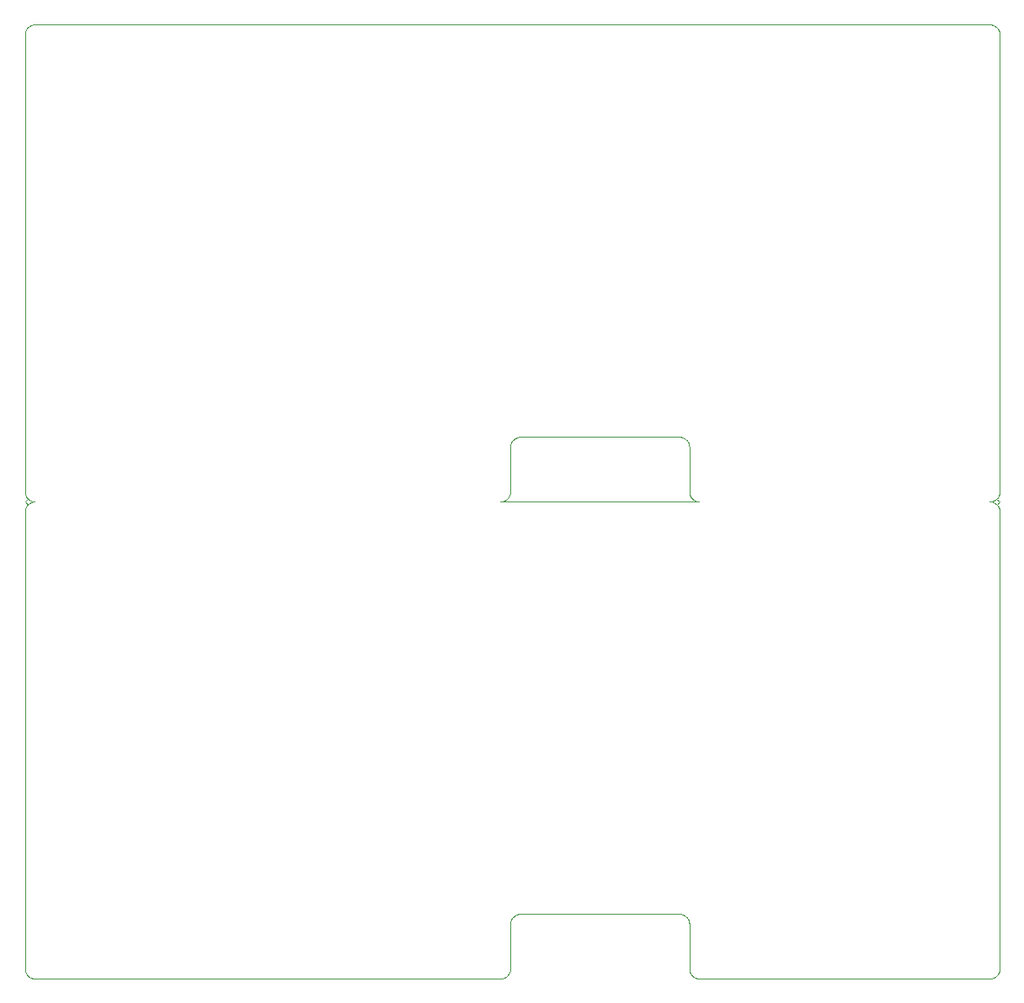
<source format=gm1>
G04 #@! TF.GenerationSoftware,KiCad,Pcbnew,8.0.8*
G04 #@! TF.CreationDate,2025-02-19T19:51:53+01:00*
G04 #@! TF.ProjectId,panelized,70616e65-6c69-47a6-9564-2e6b69636164,rev?*
G04 #@! TF.SameCoordinates,Original*
G04 #@! TF.FileFunction,Profile,NP*
%FSLAX46Y46*%
G04 Gerber Fmt 4.6, Leading zero omitted, Abs format (unit mm)*
G04 Created by KiCad (PCBNEW 8.0.8) date 2025-02-19 19:51:53*
%MOMM*%
%LPD*%
G01*
G04 APERTURE LIST*
G04 #@! TA.AperFunction,Profile*
%ADD10C,0.100000*%
G04 #@! TD*
G04 APERTURE END LIST*
D10*
X66800000Y-95000000D02*
X66801283Y-95050649D01*
X66194355Y-41581042D02*
X66240394Y-41602195D01*
X48979236Y-41928731D02*
X49009224Y-41887894D01*
X67187894Y-47790775D02*
X67228731Y-47820763D01*
X49314698Y-41625653D02*
X49359605Y-41602195D01*
X348627Y-48241241D02*
X311033Y-48275207D01*
X48194355Y-95918957D02*
X48240394Y-95897804D01*
X98000000Y-47000000D02*
X98000000Y-1000000D01*
X48754139Y-95299363D02*
X48768077Y-95250652D01*
X97790775Y-47612105D02*
X97820763Y-47571268D01*
X98000000Y-49000000D02*
X97998716Y-48949350D01*
X66590775Y-41887894D02*
X66620763Y-41928731D01*
X48524792Y-47688966D02*
X48558758Y-47651372D01*
X66902195Y-95440394D02*
X66925653Y-95485301D01*
X97937752Y-47347305D02*
X97954139Y-47299363D01*
X48240394Y-95897804D02*
X48285301Y-95874346D01*
X48147305Y-95937752D02*
X48194355Y-95918957D01*
X67228731Y-47820763D02*
X67271035Y-47848644D01*
X428731Y-179236D02*
X387894Y-209224D01*
X559605Y-47897804D02*
X605644Y-47918957D01*
X605644Y-95918957D02*
X652694Y-95937752D01*
X97101168Y-95994869D02*
X97151427Y-95988468D01*
X66925653Y-47485301D02*
X66951355Y-47528964D01*
X48558758Y-95651372D02*
X48590775Y-95612105D01*
X348627Y-47758758D02*
X387894Y-47790775D01*
X67271035Y-95848644D02*
X67314698Y-95874346D01*
X179236Y-48428731D02*
X151355Y-48471035D01*
X48788468Y-95151427D02*
X48794869Y-95101168D01*
X5130Y-48898831D02*
X1283Y-48949350D01*
X97790775Y-48387894D02*
X97758758Y-48348627D01*
X67111033Y-47724792D02*
X67148627Y-47758758D01*
X48820470Y-42298701D02*
X48831922Y-42249347D01*
X97724792Y-47688966D02*
X97758758Y-47651372D01*
X66800000Y-90500000D02*
X66800000Y-95000000D01*
X97347305Y-48062247D02*
X97299363Y-48045860D01*
X98000000Y-1000000D02*
X97998716Y-949350D01*
X67111033Y-95724792D02*
X67148627Y-95758758D01*
X66845860Y-95299363D02*
X66862247Y-95347305D01*
X62247Y-652694D02*
X45860Y-700636D01*
X949350Y-1283D02*
X898831Y-5130D01*
X97571268Y-95820763D02*
X97612105Y-95790775D01*
X97440394Y-47897804D02*
X97485301Y-47874346D01*
X48800000Y-95000000D02*
X48800000Y-90500000D01*
X98000000Y-48000500D02*
X97724792Y-48311032D01*
X81042Y-605644D02*
X62247Y-652694D01*
X48001298Y-47979529D02*
X48050652Y-47968077D01*
X749347Y-48031922D02*
X700636Y-48045860D01*
X97988468Y-848572D02*
X97979529Y-798701D01*
X49111033Y-89775207D02*
X49148627Y-89741241D01*
X1283Y-48949350D02*
X0Y-49000000D01*
X798701Y-95979529D02*
X848572Y-95988468D01*
X97998716Y-48949350D02*
X97994869Y-48898831D01*
X980308Y-48000499D02*
X949350Y-48001283D01*
X66648644Y-41971035D02*
X66674346Y-42014698D01*
X48648644Y-47528964D02*
X48674346Y-47485301D01*
X605644Y-81042D02*
X559605Y-102195D01*
X209224Y-387894D02*
X179236Y-428731D01*
X49041241Y-89848627D02*
X49075207Y-89811033D01*
X241241Y-48348627D02*
X209224Y-48387894D01*
X97688966Y-48275207D02*
X97651372Y-48241241D01*
X67314698Y-95874346D02*
X67359605Y-95897804D01*
X97988468Y-95151427D02*
X97994869Y-95101168D01*
X31922Y-48749347D02*
X20470Y-48798701D01*
X47850649Y-47998716D02*
X47901168Y-47994869D01*
X97954139Y-47299363D02*
X97968077Y-47250652D01*
X102195Y-559605D02*
X81042Y-605644D01*
X48845860Y-90200636D02*
X48862247Y-90152694D01*
X97151427Y-47988468D02*
X97201298Y-47979529D01*
X102195Y-95440394D02*
X125653Y-95485301D01*
X49228731Y-89679236D02*
X49271035Y-89651355D01*
X97440394Y-48102195D02*
X97394355Y-48081042D01*
X48451372Y-47758758D02*
X48488966Y-47724792D01*
X97874346Y-48514698D02*
X97848644Y-48471035D01*
X49698831Y-89505130D02*
X49749350Y-89501283D01*
X11531Y-848572D02*
X5130Y-898831D01*
X67405644Y-95918957D02*
X67452694Y-95937752D01*
X97612105Y-95790775D02*
X97651372Y-95758758D01*
X97988468Y-47151427D02*
X97994869Y-47101168D01*
X66805130Y-95101168D02*
X66811531Y-95151427D01*
X66412105Y-89709224D02*
X66451372Y-89741241D01*
X65850649Y-89501283D02*
X65901168Y-89505130D01*
X1000000Y0D02*
X949350Y-1283D01*
X275207Y-47688966D02*
X311033Y-47724792D01*
X514698Y-47874346D02*
X559605Y-47897804D01*
X66788468Y-42348572D02*
X66794869Y-42398831D01*
X97994869Y-95101168D02*
X97998716Y-95050649D01*
X48674346Y-95485301D02*
X48697804Y-95440394D01*
X471035Y-95848644D02*
X514698Y-95874346D01*
X97998716Y-47050649D02*
X98000000Y-47000000D01*
X97000000Y-96000000D02*
X97050649Y-95998716D01*
X48820470Y-90298701D02*
X48831922Y-90249347D01*
X66697804Y-90059605D02*
X66718957Y-90105644D01*
X48798716Y-95050649D02*
X48800000Y-95000000D01*
X47800000Y-48000000D02*
X47850649Y-47998716D01*
X67549347Y-95968077D02*
X67598701Y-95979529D01*
X97998716Y-95050649D02*
X98000000Y-95000000D01*
X67749350Y-95998716D02*
X67800000Y-96000000D01*
X1000000Y-96000000D02*
X47800000Y-96000000D01*
X48099363Y-47954139D02*
X48147305Y-47937752D01*
X67228731Y-95820763D02*
X67271035Y-95848644D01*
X97485301Y-125653D02*
X97440394Y-102195D01*
X798701Y-20470D02*
X749347Y-31922D01*
X67075207Y-47688966D02*
X67111033Y-47724792D01*
X97528964Y-151355D02*
X97485301Y-125653D01*
X151355Y-47528964D02*
X179236Y-47571268D01*
X66371268Y-41679236D02*
X66412105Y-41709224D01*
X97897804Y-95440394D02*
X97918957Y-95394355D01*
X97968077Y-749347D02*
X97954139Y-700636D01*
X700636Y-48045860D02*
X652694Y-48062247D01*
X48902195Y-42059605D02*
X48925653Y-42014698D01*
X179236Y-95571268D02*
X209224Y-95612105D01*
X97299363Y-48045860D02*
X97250652Y-48031922D01*
X97937752Y-95347305D02*
X97954139Y-95299363D01*
X1283Y-95050649D02*
X5130Y-95101168D01*
X5130Y-898831D02*
X1283Y-949350D01*
X48737752Y-95347305D02*
X48754139Y-95299363D01*
X848572Y-47988468D02*
X898831Y-47994869D01*
X66881042Y-47394355D02*
X66902195Y-47440394D01*
X387894Y-209224D02*
X348627Y-241241D01*
X48881042Y-90105644D02*
X48902195Y-90059605D01*
X48718957Y-47394355D02*
X48737752Y-47347305D01*
X97688966Y-95724792D02*
X97724792Y-95688966D01*
X514698Y-48125653D02*
X471035Y-48151355D01*
X97050649Y-48001283D02*
X97019691Y-48000499D01*
X48328964Y-95848644D02*
X48371268Y-95820763D01*
X66524792Y-89811033D02*
X66558758Y-89848627D01*
X97050649Y-47998716D02*
X97101168Y-47994869D01*
X559605Y-48102195D02*
X514698Y-48125653D01*
X48050652Y-95968077D02*
X48099363Y-95954139D01*
X97994869Y-898831D02*
X97988468Y-848572D01*
X179236Y-428731D02*
X151355Y-471035D01*
X62247Y-47347305D02*
X81042Y-47394355D01*
X1283Y-949350D02*
X0Y-1000000D01*
X1283Y-47050649D02*
X5130Y-47101168D01*
X97979529Y-48798701D02*
X97968077Y-48749347D01*
X97250652Y-95968077D02*
X97299363Y-95954139D01*
X97994869Y-47101168D02*
X97998716Y-47050649D01*
X49749350Y-41501283D02*
X49800000Y-41500000D01*
X66558758Y-89848627D02*
X66590775Y-89887894D01*
X66798716Y-90449350D02*
X66800000Y-90500000D01*
X20470Y-798701D02*
X11531Y-848572D01*
X97968077Y-95250652D02*
X97979529Y-95201298D01*
X48697804Y-95440394D02*
X48718957Y-95394355D01*
X48412105Y-47790775D02*
X48451372Y-47758758D01*
X66979236Y-47571268D02*
X67009224Y-47612105D01*
X0Y-48000500D02*
X311033Y-47725292D01*
X66831922Y-47250652D02*
X66845860Y-47299363D01*
X66737752Y-42152694D02*
X66754139Y-42200636D01*
X66050652Y-41531922D02*
X66099363Y-41545860D01*
X66881042Y-95394355D02*
X66902195Y-95440394D01*
X97724792Y-311033D02*
X97688966Y-275207D01*
X97758758Y-348627D02*
X97724792Y-311033D01*
X66798716Y-42449350D02*
X66800000Y-42500000D01*
X67648572Y-47988468D02*
X67698831Y-47994869D01*
X97651372Y-241241D02*
X97612105Y-209224D01*
X67452694Y-47937752D02*
X67500636Y-47954139D01*
X97485301Y-48125653D02*
X97440394Y-48102195D01*
X97299363Y-95954139D02*
X97347305Y-95937752D01*
X48925653Y-90014698D02*
X48951355Y-89971035D01*
X49800000Y-89500000D02*
X65800000Y-89500000D01*
X47951427Y-47988468D02*
X48001298Y-47979529D01*
X700636Y-47954139D02*
X749347Y-47968077D01*
X48845860Y-42200636D02*
X48862247Y-42152694D01*
X48050652Y-47968077D02*
X48099363Y-47954139D01*
X241241Y-95651372D02*
X275207Y-95688966D01*
X67500636Y-47954139D02*
X67549347Y-47968077D01*
X45860Y-700636D02*
X31922Y-749347D01*
X0Y-47000000D02*
X1283Y-47050649D01*
X49271035Y-41651355D02*
X49314698Y-41625653D01*
X97000000Y-48000000D02*
X97050649Y-47998716D01*
X66902195Y-47440394D02*
X66925653Y-47485301D01*
X209224Y-95612105D02*
X241241Y-95651372D01*
X97724792Y-95688966D02*
X97758758Y-95651372D01*
X66371268Y-89679236D02*
X66412105Y-89709224D01*
X97101168Y-47994869D02*
X97151427Y-47988468D01*
X209224Y-48387894D02*
X179236Y-48428731D01*
X97612105Y-209224D02*
X97571268Y-179236D01*
X66820470Y-95201298D02*
X66831922Y-95250652D01*
X97758758Y-95651372D02*
X97790775Y-95612105D01*
X98000000Y-95000000D02*
X98000000Y-49000000D01*
X66412105Y-41709224D02*
X66451372Y-41741241D01*
X471035Y-47848644D02*
X514698Y-47874346D01*
X97394355Y-48081042D02*
X97347305Y-48062247D01*
X97151427Y-95988468D02*
X97201298Y-95979529D01*
X97201298Y-47979529D02*
X97250652Y-47968077D01*
X125653Y-47485301D02*
X151355Y-47528964D01*
X65850649Y-41501283D02*
X65901168Y-41505130D01*
X45860Y-95299363D02*
X62247Y-95347305D01*
X49598701Y-41520470D02*
X49648572Y-41511531D01*
X66620763Y-89928731D02*
X66648644Y-89971035D01*
X97954139Y-48700636D02*
X97937752Y-48652694D01*
X151355Y-95528964D02*
X179236Y-95571268D01*
X48779529Y-95201298D02*
X48788468Y-95151427D01*
X48811531Y-90348572D02*
X48820470Y-90298701D01*
X48951355Y-41971035D02*
X48979236Y-41928731D01*
X66488966Y-89775207D02*
X66524792Y-89811033D01*
X62247Y-48652694D02*
X45860Y-48700636D01*
X66768077Y-42249347D02*
X66779529Y-42298701D01*
X49359605Y-89602195D02*
X49405644Y-89581042D01*
X48811531Y-42348572D02*
X48820470Y-42298701D01*
X48737752Y-47347305D02*
X48754139Y-47299363D01*
X66590775Y-89887894D02*
X66620763Y-89928731D01*
X49549347Y-41531922D02*
X49598701Y-41520470D01*
X67549347Y-47968077D02*
X67598701Y-47979529D01*
X48674346Y-47485301D02*
X48697804Y-47440394D01*
X48001298Y-95979529D02*
X48050652Y-95968077D01*
X48697804Y-47440394D02*
X48718957Y-47394355D01*
X652694Y-47937752D02*
X700636Y-47954139D01*
X48862247Y-90152694D02*
X48881042Y-90105644D01*
X67598701Y-47979529D02*
X67648572Y-47988468D01*
X97848644Y-48471035D02*
X97820763Y-48428731D01*
X49598701Y-89520470D02*
X49648572Y-89511531D01*
X97820763Y-95571268D02*
X97848644Y-95528964D01*
X48798716Y-47050649D02*
X48800000Y-47000000D01*
X49749350Y-89501283D02*
X49800000Y-89500000D01*
X97820763Y-47571268D02*
X97848644Y-47528964D01*
X47800000Y-96000000D02*
X47850649Y-95998716D01*
X97968077Y-48749347D02*
X97954139Y-48700636D01*
X81042Y-47394355D02*
X102195Y-47440394D01*
X125653Y-514698D02*
X102195Y-559605D01*
X387894Y-47790775D02*
X428731Y-47820763D01*
X97347305Y-62247D02*
X97299363Y-45860D01*
X5130Y-95101168D02*
X11531Y-95151427D01*
X471035Y-48151355D02*
X428731Y-48179236D01*
X65951427Y-89511531D02*
X66001298Y-89520470D01*
X97848644Y-95528964D02*
X97874346Y-95485301D01*
X97848644Y-471035D02*
X97820763Y-428731D01*
X49111033Y-41775207D02*
X49148627Y-41741241D01*
X67800000Y-96000000D02*
X97000000Y-96000000D01*
X151355Y-471035D02*
X125653Y-514698D01*
X387894Y-95790775D02*
X428731Y-95820763D01*
X66862247Y-95347305D02*
X66881042Y-95394355D01*
X66951355Y-95528964D02*
X66979236Y-95571268D01*
X65901168Y-41505130D02*
X65951427Y-41511531D01*
X66737752Y-90152694D02*
X66754139Y-90200636D01*
X67452694Y-95937752D02*
X67500636Y-95954139D01*
X97019652Y-48000498D02*
X97000000Y-48000000D01*
X749347Y-95968077D02*
X798701Y-95979529D01*
X0Y-1000000D02*
X0Y-47000000D01*
X66620763Y-41928731D02*
X66648644Y-41971035D01*
X749347Y-47968077D02*
X798701Y-47979529D01*
X48371268Y-47820763D02*
X48412105Y-47790775D01*
X97101168Y-5130D02*
X97050649Y-1283D01*
X700636Y-45860D02*
X652694Y-62247D01*
X48718957Y-95394355D02*
X48737752Y-95347305D01*
X97994869Y-48898831D02*
X97988468Y-48848572D01*
X49187894Y-41709224D02*
X49228731Y-41679236D01*
X67698831Y-47994869D02*
X67749350Y-47998716D01*
X65800000Y-41500000D02*
X65850649Y-41501283D01*
X311033Y-48275207D02*
X275207Y-48311033D01*
X66648644Y-89971035D02*
X66674346Y-90014698D01*
X66794869Y-42398831D02*
X66798716Y-42449350D01*
X514698Y-95874346D02*
X559605Y-95897804D01*
X66001298Y-89520470D02*
X66050652Y-89531922D01*
X66801283Y-95050649D02*
X66805130Y-95101168D01*
X48805130Y-90398831D02*
X48811531Y-90348572D01*
X66811531Y-47151427D02*
X66820470Y-47201298D01*
X97612105Y-47790775D02*
X97651372Y-47758758D01*
X66674346Y-42014698D02*
X66697804Y-42059605D01*
X97874346Y-47485301D02*
X97897804Y-47440394D01*
X514698Y-125653D02*
X471035Y-151355D01*
X97979529Y-95201298D02*
X97988468Y-95151427D01*
X48285301Y-95874346D02*
X48328964Y-95848644D01*
X65800000Y-89500000D02*
X65850649Y-89501283D01*
X48862247Y-42152694D02*
X48881042Y-42105644D01*
X97688966Y-47724792D02*
X97724792Y-47688966D01*
X81042Y-95394355D02*
X102195Y-95440394D01*
X67148627Y-95758758D02*
X67187894Y-95790775D01*
X97874346Y-514698D02*
X97848644Y-471035D01*
X798701Y-47979529D02*
X848572Y-47988468D01*
X179236Y-47571268D02*
X209224Y-47612105D01*
X898831Y-48005130D02*
X848572Y-48011531D01*
X49452694Y-89562247D02*
X49500636Y-89545860D01*
X97848644Y-47528964D02*
X97874346Y-47485301D01*
X62247Y-95347305D02*
X81042Y-95394355D01*
X49500636Y-89545860D02*
X49549347Y-89531922D01*
X67314698Y-47874346D02*
X67359605Y-47897804D01*
X97968077Y-47250652D02*
X97979529Y-47201298D01*
X48925653Y-42014698D02*
X48951355Y-41971035D01*
X47951427Y-95988468D02*
X48001298Y-95979529D01*
X97528964Y-47848644D02*
X97571268Y-47820763D01*
X11531Y-95151427D02*
X20470Y-95201298D01*
X67009224Y-95612105D02*
X67041241Y-95651372D01*
X97897804Y-47440394D02*
X97918957Y-47394355D01*
X49228731Y-41679236D02*
X49271035Y-41651355D01*
X48800000Y-42500000D02*
X48801283Y-42449350D01*
X48488966Y-47724792D02*
X48524792Y-47688966D01*
X67009224Y-47612105D02*
X67041241Y-47651372D01*
X848572Y-95988468D02*
X898831Y-95994869D01*
X48794869Y-95101168D02*
X48798716Y-95050649D01*
X31922Y-47250652D02*
X45860Y-47299363D01*
X66328964Y-41651355D02*
X66371268Y-41679236D01*
X700636Y-95954139D02*
X749347Y-95968077D01*
X81042Y-48605644D02*
X62247Y-48652694D01*
X67500636Y-95954139D02*
X67549347Y-95968077D01*
X97651372Y-95758758D02*
X97688966Y-95724792D01*
X97528964Y-48151355D02*
X97485301Y-48125653D01*
X66768077Y-90249347D02*
X66779529Y-90298701D01*
X48620763Y-95571268D02*
X48648644Y-95528964D01*
X97250652Y-47968077D02*
X97299363Y-47954139D01*
X47901168Y-95994869D02*
X47951427Y-95988468D01*
X11531Y-47151427D02*
X20470Y-47201298D01*
X471035Y-151355D02*
X428731Y-179236D01*
X67271035Y-47848644D02*
X67314698Y-47874346D01*
X66001298Y-41520470D02*
X66050652Y-41531922D01*
X311033Y-47724792D02*
X348627Y-47758758D01*
X66147305Y-89562247D02*
X66194355Y-89581042D01*
X97897804Y-48559605D02*
X97874346Y-48514698D01*
X97394355Y-95918957D02*
X97440394Y-95897804D01*
X848572Y-11531D02*
X798701Y-20470D01*
X0Y-48000500D02*
X275207Y-48311033D01*
X48590775Y-95612105D02*
X48620763Y-95571268D01*
X48951355Y-89971035D02*
X48979236Y-89928731D01*
X97394355Y-47918957D02*
X97440394Y-47897804D01*
X348627Y-241241D02*
X311033Y-275207D01*
X97954139Y-95299363D02*
X97968077Y-95250652D01*
X0Y-49000000D02*
X0Y-95000000D01*
X47850649Y-95998716D02*
X47901168Y-95994869D01*
X67598701Y-95979529D02*
X67648572Y-95988468D01*
X48754139Y-47299363D02*
X48768077Y-47250652D01*
X66820470Y-47201298D02*
X66831922Y-47250652D01*
X66674346Y-90014698D02*
X66697804Y-90059605D01*
X66285301Y-41625653D02*
X66328964Y-41651355D01*
X49009224Y-41887894D02*
X49041241Y-41848627D01*
X45860Y-47299363D02*
X62247Y-47347305D01*
X97724792Y-48311033D02*
X98000000Y-48000500D01*
X97651372Y-48241241D02*
X97612105Y-48209224D01*
X66805130Y-47101168D02*
X66811531Y-47151427D01*
X48328964Y-47848644D02*
X48371268Y-47820763D01*
X97758758Y-48348627D02*
X97724792Y-48311033D01*
X48768077Y-47250652D02*
X48779529Y-47201298D01*
X97571268Y-179236D02*
X97528964Y-151355D01*
X97250652Y-31922D02*
X97201298Y-20470D01*
X65951427Y-41511531D02*
X66001298Y-41520470D01*
X241241Y-348627D02*
X209224Y-387894D01*
X97347305Y-47937752D02*
X97394355Y-47918957D01*
X97918957Y-605644D02*
X97897804Y-559605D01*
X652694Y-95937752D02*
X700636Y-95954139D01*
X45860Y-48700636D02*
X31922Y-48749347D01*
X97440394Y-95897804D02*
X97485301Y-95874346D01*
X97612105Y-48209224D02*
X97571268Y-48179236D01*
X102195Y-47440394D02*
X125653Y-47485301D01*
X31922Y-95250652D02*
X45860Y-95299363D01*
X48099363Y-95954139D02*
X48147305Y-95937752D01*
X66451372Y-89741241D02*
X66488966Y-89775207D01*
X67041241Y-95651372D02*
X67075207Y-95688966D01*
X151355Y-48471035D02*
X125653Y-48514698D01*
X48779529Y-47201298D02*
X48788468Y-47151427D01*
X66779529Y-90298701D02*
X66788468Y-90348572D01*
X898831Y-95994869D02*
X949350Y-95998716D01*
X49549347Y-89531922D02*
X49598701Y-89520470D01*
X66718957Y-90105644D02*
X66737752Y-90152694D01*
X48902195Y-90059605D02*
X48925653Y-90014698D01*
X66800000Y-42500000D02*
X66800000Y-47000000D01*
X275207Y-95688966D02*
X311033Y-95724792D01*
X67359605Y-47897804D02*
X67405644Y-47918957D01*
X66718957Y-42105644D02*
X66737752Y-42152694D01*
X102195Y-48559605D02*
X81042Y-48605644D01*
X48285301Y-47874346D02*
X48328964Y-47848644D01*
X97790775Y-95612105D02*
X97820763Y-95571268D01*
X48831922Y-42249347D02*
X48845860Y-42200636D01*
X48240394Y-47897804D02*
X48285301Y-47874346D01*
X66811531Y-95151427D02*
X66820470Y-95201298D01*
X311033Y-47724792D02*
X0Y-48000500D01*
X48794869Y-47101168D02*
X48798716Y-47050649D01*
X49271035Y-89651355D02*
X49314698Y-89625653D01*
X125653Y-95485301D02*
X151355Y-95528964D01*
X97979529Y-798701D02*
X97968077Y-749347D01*
X97201298Y-95979529D02*
X97250652Y-95968077D01*
X428731Y-48179236D02*
X387894Y-48209224D01*
X66754139Y-42200636D02*
X66768077Y-42249347D01*
X49648572Y-41511531D02*
X49698831Y-41505130D01*
X67075207Y-95688966D02*
X67111033Y-95724792D01*
X97874346Y-95485301D02*
X97897804Y-95440394D01*
X949350Y-47998716D02*
X1000000Y-48000000D01*
X20470Y-95201298D02*
X31922Y-95250652D01*
X97347305Y-95937752D02*
X97394355Y-95918957D01*
X66099363Y-89545860D02*
X66147305Y-89562247D01*
X48831922Y-90249347D02*
X48845860Y-90200636D01*
X97688966Y-47725292D02*
X98000000Y-48000500D01*
X387894Y-48209224D02*
X348627Y-48241241D01*
X67800000Y-48000000D02*
X47800000Y-48000000D01*
X949350Y-48001283D02*
X898831Y-48005130D01*
X48801283Y-90449350D02*
X48805130Y-90398831D01*
X97937752Y-652694D02*
X97918957Y-605644D01*
X67187894Y-95790775D02*
X67228731Y-95820763D01*
X97485301Y-47874346D02*
X97528964Y-47848644D01*
X47901168Y-47994869D02*
X47951427Y-47988468D01*
X898831Y-47994869D02*
X949350Y-47998716D01*
X66240394Y-41602195D02*
X66285301Y-41625653D01*
X97101168Y-48005130D02*
X97050649Y-48001283D01*
X97918957Y-95394355D02*
X97937752Y-95347305D01*
X66788468Y-90348572D02*
X66794869Y-90398831D01*
X97571268Y-48179236D02*
X97528964Y-48151355D01*
X66488966Y-41775207D02*
X66524792Y-41811033D01*
X49698831Y-41505130D02*
X49749350Y-41501283D01*
X241241Y-47651372D02*
X275207Y-47688966D01*
X97918957Y-48605644D02*
X97897804Y-48559605D01*
X66800000Y-47000000D02*
X66801283Y-47050649D01*
X5130Y-47101168D02*
X11531Y-47151427D01*
X48979236Y-89928731D02*
X49009224Y-89887894D01*
X11531Y-48848572D02*
X5130Y-48898831D01*
X559605Y-102195D02*
X514698Y-125653D01*
X97998716Y-949350D02*
X97994869Y-898831D01*
X65901168Y-89505130D02*
X65951427Y-89511531D01*
X97897804Y-559605D02*
X97874346Y-514698D01*
X97688966Y-275207D02*
X97651372Y-241241D01*
X275207Y-48311032D02*
X0Y-48000500D01*
X97440394Y-102195D02*
X97394355Y-81042D01*
X31922Y-749347D02*
X20470Y-798701D01*
X67648572Y-95988468D02*
X67698831Y-95994869D01*
X97485301Y-95874346D02*
X97528964Y-95848644D01*
X97151427Y-11531D02*
X97101168Y-5130D01*
X97820763Y-428731D02*
X97790775Y-387894D01*
X66147305Y-41562247D02*
X66194355Y-41581042D01*
X49187894Y-89709224D02*
X49228731Y-89679236D01*
X48620763Y-47571268D02*
X48648644Y-47528964D01*
X97528964Y-95848644D02*
X97571268Y-95820763D01*
X798701Y-48020470D02*
X749347Y-48031922D01*
X66050652Y-89531922D02*
X66099363Y-89545860D01*
X348627Y-95758758D02*
X387894Y-95790775D01*
X749347Y-31922D02*
X700636Y-45860D01*
X97918957Y-47394355D02*
X97937752Y-47347305D01*
X48801283Y-42449350D02*
X48805130Y-42398831D01*
X311033Y-275207D02*
X275207Y-311033D01*
X605644Y-48081042D02*
X559605Y-48102195D01*
X66099363Y-41545860D02*
X66147305Y-41562247D01*
X49452694Y-41562247D02*
X49500636Y-41545860D01*
X0Y-95000000D02*
X1283Y-95050649D01*
X66558758Y-41848627D02*
X66590775Y-41887894D01*
X48558758Y-47651372D02*
X48590775Y-47612105D01*
X48488966Y-95724792D02*
X48524792Y-95688966D01*
X48648644Y-95528964D02*
X48674346Y-95485301D01*
X1000000Y-48000000D02*
X980347Y-48000498D01*
X48524792Y-95688966D02*
X48558758Y-95651372D01*
X67148627Y-47758758D02*
X67187894Y-47790775D01*
X48590775Y-47612105D02*
X48620763Y-47571268D01*
X66845860Y-47299363D02*
X66862247Y-47347305D01*
X652694Y-48062247D02*
X605644Y-48081042D01*
X49075207Y-41811033D02*
X49111033Y-41775207D01*
X559605Y-95897804D02*
X605644Y-95918957D01*
X66240394Y-89602195D02*
X66285301Y-89625653D01*
X48147305Y-47937752D02*
X48194355Y-47918957D01*
X949350Y-95998716D02*
X1000000Y-96000000D01*
X97050649Y-1283D02*
X97000000Y0D01*
X97201298Y-48020470D02*
X97151427Y-48011531D01*
X311033Y-95724792D02*
X348627Y-95758758D01*
X66862247Y-47347305D02*
X66881042Y-47394355D01*
X97758758Y-47651372D02*
X97790775Y-47612105D01*
X66779529Y-42298701D02*
X66788468Y-42348572D01*
X49405644Y-89581042D02*
X49452694Y-89562247D01*
X97299363Y-45860D02*
X97250652Y-31922D01*
X97394355Y-81042D02*
X97347305Y-62247D01*
X97250652Y-48031922D02*
X97201298Y-48020470D01*
X97724792Y-48311033D02*
X97688966Y-48275207D01*
X49041241Y-41848627D02*
X49075207Y-41811033D01*
X66951355Y-47528964D02*
X66979236Y-47571268D01*
X275207Y-48311033D02*
X241241Y-48348627D01*
X49648572Y-89511531D02*
X49698831Y-89505130D01*
X66831922Y-95250652D02*
X66845860Y-95299363D01*
X97571268Y-47820763D02*
X97612105Y-47790775D01*
X49314698Y-89625653D02*
X49359605Y-89602195D01*
X67041241Y-47651372D02*
X67075207Y-47688966D01*
X48194355Y-47918957D02*
X48240394Y-47897804D01*
X66451372Y-41741241D02*
X66488966Y-41775207D01*
X125653Y-48514698D02*
X102195Y-48559605D01*
X428731Y-47820763D02*
X471035Y-47848644D01*
X67405644Y-47918957D02*
X67452694Y-47937752D01*
X20470Y-47201298D02*
X31922Y-47250652D01*
X48788468Y-47151427D02*
X48794869Y-47101168D01*
X66328964Y-89651355D02*
X66371268Y-89679236D01*
X48800000Y-90500000D02*
X48801283Y-90449350D01*
X209224Y-47612105D02*
X241241Y-47651372D01*
X66285301Y-89625653D02*
X66328964Y-89651355D01*
X66194355Y-89581042D02*
X66240394Y-89602195D01*
X48881042Y-42105644D02*
X48902195Y-42059605D01*
X67359605Y-95897804D02*
X67405644Y-95918957D01*
X848572Y-48011531D02*
X798701Y-48020470D01*
X49075207Y-89811033D02*
X49111033Y-89775207D01*
X97050649Y-95998716D02*
X97101168Y-95994869D01*
X48412105Y-95790775D02*
X48451372Y-95758758D01*
X97299363Y-47954139D02*
X97347305Y-47937752D01*
X48451372Y-95758758D02*
X48488966Y-95724792D01*
X97979529Y-47201298D02*
X97988468Y-47151427D01*
X49800000Y-41500000D02*
X65800000Y-41500000D01*
X66524792Y-41811033D02*
X66558758Y-41848627D01*
X49009224Y-89887894D02*
X49041241Y-89848627D01*
X66925653Y-95485301D02*
X66951355Y-95528964D01*
X605644Y-47918957D02*
X652694Y-47937752D01*
X97790775Y-387894D02*
X97758758Y-348627D01*
X49359605Y-41602195D02*
X49405644Y-41581042D01*
X66801283Y-47050649D02*
X66805130Y-47101168D01*
X97000000Y0D02*
X1000000Y0D01*
X97988468Y-48848572D02*
X97979529Y-48798701D01*
X48768077Y-95250652D02*
X48779529Y-95201298D01*
X97151427Y-48011531D02*
X97101168Y-48005130D01*
X97820763Y-48428731D02*
X97790775Y-48387894D01*
X97937752Y-48652694D02*
X97918957Y-48605644D01*
X98000000Y-48000500D02*
X97688966Y-47724792D01*
X20470Y-48798701D02*
X11531Y-48848572D01*
X652694Y-62247D02*
X605644Y-81042D01*
X66979236Y-95571268D02*
X67009224Y-95612105D01*
X67749350Y-47998716D02*
X67800000Y-48000000D01*
X428731Y-95820763D02*
X471035Y-95848644D01*
X49500636Y-41545860D02*
X49549347Y-41531922D01*
X275207Y-311033D02*
X241241Y-348627D01*
X48371268Y-95820763D02*
X48412105Y-95790775D01*
X67698831Y-95994869D02*
X67749350Y-95998716D01*
X97954139Y-700636D02*
X97937752Y-652694D01*
X66697804Y-42059605D02*
X66718957Y-42105644D01*
X898831Y-5130D02*
X848572Y-11531D01*
X49148627Y-41741241D02*
X49187894Y-41709224D01*
X49148627Y-89741241D02*
X49187894Y-89709224D01*
X48805130Y-42398831D02*
X48811531Y-42348572D01*
X48800000Y-47000000D02*
X48800000Y-42500000D01*
X97201298Y-20470D02*
X97151427Y-11531D01*
X49405644Y-41581042D02*
X49452694Y-41562247D01*
X97651372Y-47758758D02*
X97688966Y-47724792D01*
X66754139Y-90200636D02*
X66768077Y-90249347D01*
X66794869Y-90398831D02*
X66798716Y-90449350D01*
M02*

</source>
